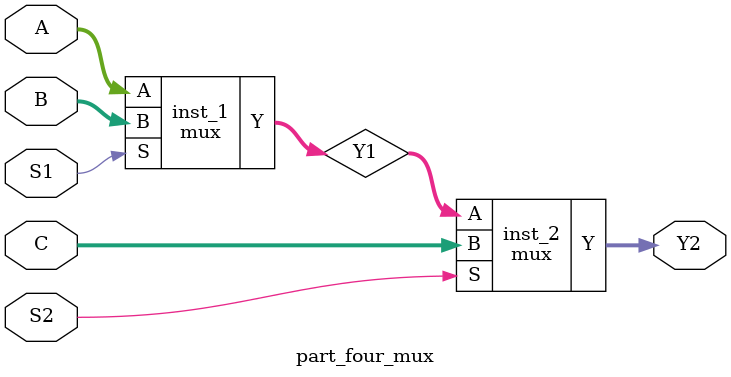
<source format=v>
`timescale 1ns / 1ps  

module mux(A, B, S, Y); 
    input wire [1:0] A; 
    input wire [1:0] B; 
    input wire [0:0] S; 
    output wire [1:0] Y; 

    wire notS; 
    wire wire1; 
    wire wire2; 
    wire wire3; 
    wire wire4; 

    not(notS,S); 
    and(wire1,A[0],notS); 
    and(wire2,B[0],S); 
    and(wire3,A[1],notS); 
    and(wire4,B[1],S); 
    or(Y[0],wire1,wire2); 
    or(Y[1],wire3,wire4); 
endmodule 

module part_four_mux(A, B, C, S1, S2, Y2); 
    input wire [1:0] A, B, C; 
    input wire [0:0] S1, S2; 
    output wire [1:0] Y2; 


    wire [1:0] Y1; 
    mux inst_1 (A, B, S1, Y1); 
    mux inst_2 (Y1, C, S2, Y2); 

endmodule 
</source>
